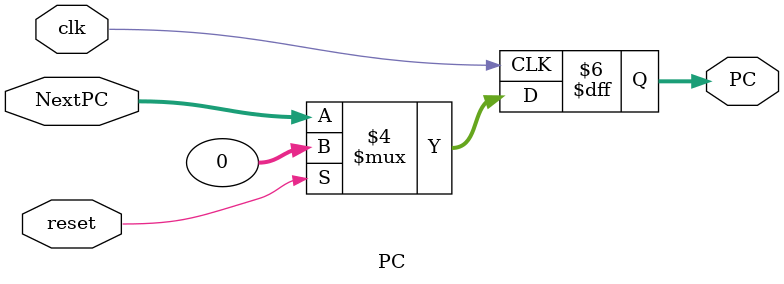
<source format=sv>

`timescale 1ns / 1ps
`default_nettype none

module PC (
	input  logic        clk,     // Reloj del sistema
	input  logic        reset,   // Señal de reset activo alto
	input  logic [31:0] NextPC,  // Próximo valor del PC (PC+4 o dirección de salto)
	output logic [31:0] PC       // Valor actual del PC (salida)
);

	// Inicializa el PC a 0. Esto es útil para herramientas de simulación,
	// pero el reset síncrono es la lógica de diseño primaria.
	initial PC = 32'h00000000;

	// Bloque síncrono: actualiza el PC en el flanco positivo del reloj
	always_ff @(posedge clk) begin
		if (reset) begin
			// Si 'reset' es alto, inicializa la dirección a 0
			PC <= 32'h00000000;
		end else begin
			// Si no hay reset, carga el valor de la próxima dirección
			PC <= NextPC;
		end
	end
	
endmodule // PC
</source>
